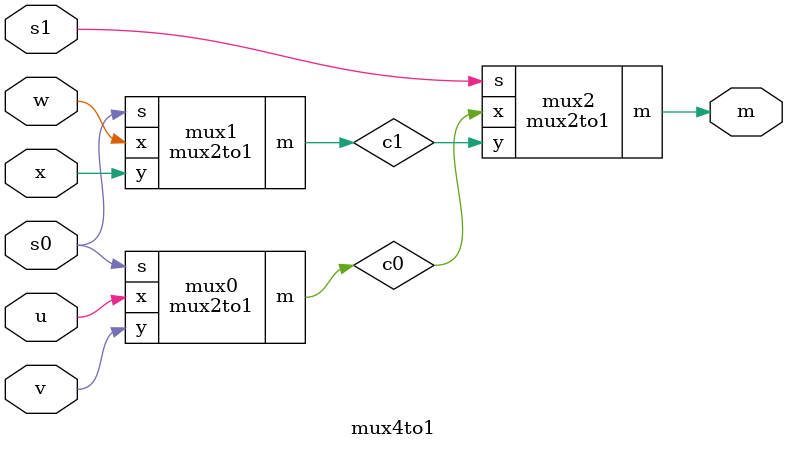
<source format=v>


module mux(LEDR, SW);
    input [9:0] SW;
    output [9:0] LEDR;

    mux4to1 u0(
	.u(SW[3]), 
	.v(SW[2]),
	.w(SW[1]),
	.x(SW[0]),
	.s0(SW[8]),
	.s1(SW[9]),
	.m(LEDR[0])       
        );
endmodule

module mux2to1(x, y, s, m);
    input x; //selected when s is 0
    input y; //selected when s is 1
    input s; //select signal
    output m; //output
  
    assign m = s & y | ~s & x;
    // OR
    // assign m = s ? y : x;

endmodule

module mux4to1(u,v,w,x,s0,s1,m);
    input u; // selected when s1s0=00
    input v; // selected when s1s0=01
    input w; // selected when s1s0=10
    input x; // selected when s1s0=11
    input s0; // select signal
    input s1; // select signal
    output m; 
    wire c0;  
    wire c1;
    
    mux2to1 mux0(u,v,s0,c0);
    mux2to1 mux1(w,x,s0,c1);
    mux2to1 mux2(c0,c1,s1,m);

endmodule
</source>
